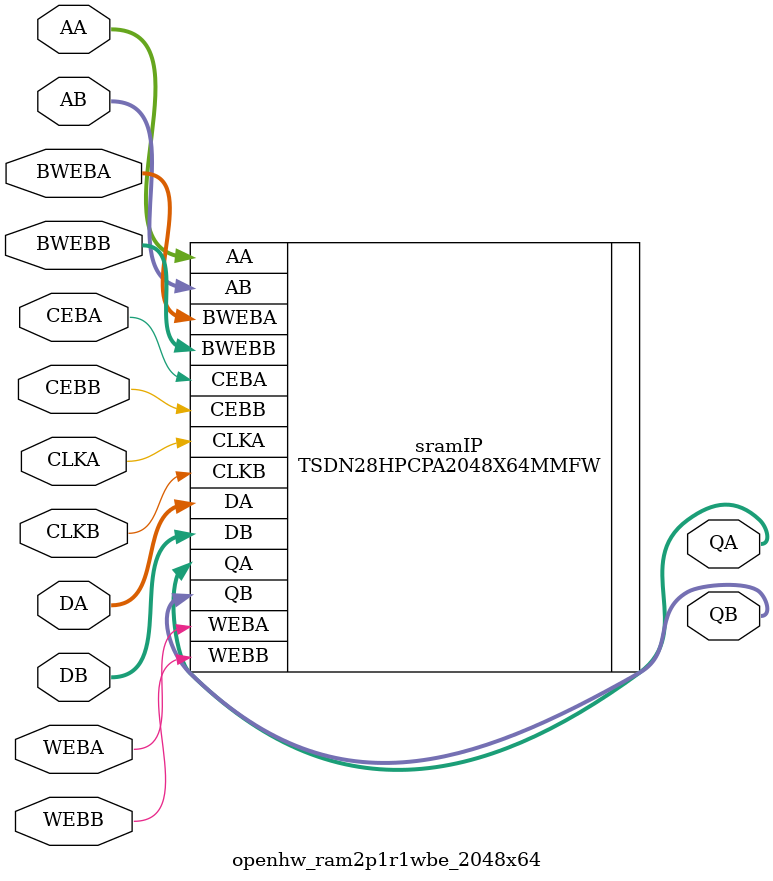
<source format=sv>

module openhw_ram2p1r1wbe_2048x64 ( 
  input  logic          CLKA, 
  input  logic          CLKB, 
  input  logic          CEBA, 
  input  logic          CEBB, 
  input  logic          WEBA,
  input  logic          WEBB,
  input  logic [8:0]    AA, 
  input  logic [8:0]    AB, 
  input  logic [63:0]   DA,
  input  logic [63:0]   DB,
  input  logic [63:0]   BWEBA, 
  input  logic [63:0]   BWEBB, 
  output logic [63:0]   QA,
  output logic [63:0]   QB
);

   // replace "generic2048x64RAM" with "TSDN..2048X64.." module from your memory vendor
  TSDN28HPCPA2048X64MMFW sramIP (.CLKA, .CLKB, .CEBA, .CEBB, .WEBA, .WEBB, 
    .AA, .AB, .DA, .DB, .BWEBA, .BWEBB, .QA, .QB);
  // generic2048x64RAM sramIP (.CLKA, .CLKB, .CEBA, .CEBB, .WEBA, .WEBB, 
//         .AA, .AB, .DA, .DB, .BWEBA, .BWEBB, .QA, .QB);

endmodule

</source>
